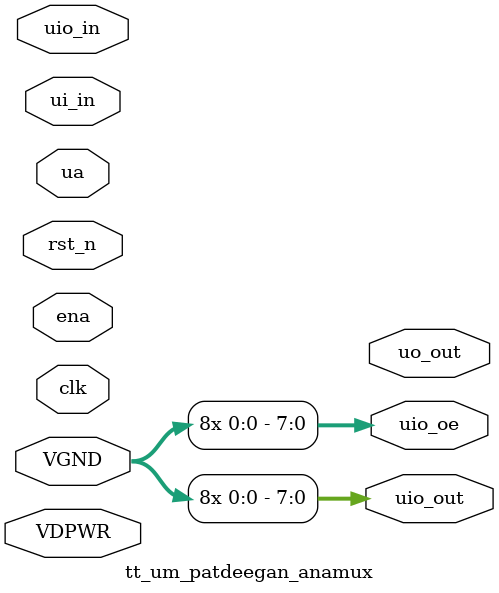
<source format=v>
/*
 * Copyright (c) 2024 Your Name
 * SPDX-License-Identifier: Apache-2.0
 */

`default_nettype none

module tt_um_patdeegan_anamux (
    input  wire       VGND,
    input  wire       VDPWR,    // 1.8v power supply
//    input  wire       VAPWR,    // 3.3v power supply
    input  wire [7:0] ui_in,    // Dedicated inputs
    output wire [7:0] uo_out,   // Dedicated outputs
    input  wire [7:0] uio_in,   // IOs: Input path
    output wire [7:0] uio_out,  // IOs: Output path
    output wire [7:0] uio_oe,   // IOs: Enable path (active high: 0=input, 1=output)
    inout  wire [7:0] ua,       // Analog pins, only ua[5:0] can be used
    input  wire       ena,      // always 1 when the design is powered, so you can ignore it
    input  wire       clk,      // clock
    input  wire       rst_n     // reset_n - low to reset
);




    assign uio_out[0] = VGND;
    assign uio_out[1] = VGND;
    assign uio_out[2] = VGND;
    assign uio_out[3] = VGND;
    assign uio_out[4] = VGND;
    assign uio_out[5] = VGND;
    assign uio_out[6] = VGND;
    assign uio_out[7] = VGND;

    assign uio_oe[0] = VGND;
    assign uio_oe[1] = VGND;
    assign uio_oe[2] = VGND;
    assign uio_oe[3] = VGND;
    assign uio_oe[4] = VGND;
    assign uio_oe[5] = VGND;
    assign uio_oe[6] = VGND;
    assign uio_oe[7] = VGND;

endmodule

</source>
